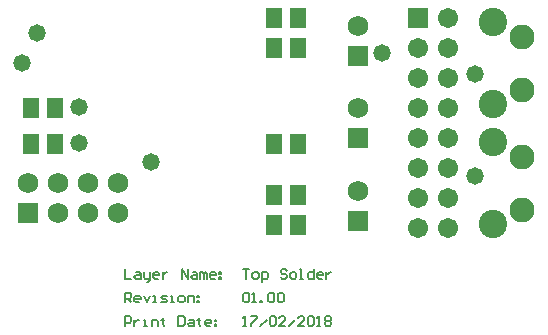
<source format=gts>
%FSLAX25Y25*%
%MOIN*%
G70*
G01*
G75*
G04 Layer_Color=8388736*
%ADD10R,0.04500X0.06000*%
%ADD11C,0.01969*%
%ADD12C,0.03937*%
%ADD13C,0.01772*%
%ADD14C,0.00787*%
%ADD15C,0.07480*%
%ADD16C,0.08661*%
%ADD17R,0.06000X0.06000*%
%ADD18C,0.06000*%
%ADD19R,0.06000X0.06000*%
%ADD20C,0.05906*%
%ADD21R,0.05906X0.05906*%
%ADD22C,0.05000*%
%ADD23C,0.00394*%
%ADD24R,0.05300X0.06800*%
%ADD25C,0.08280*%
%ADD26C,0.09461*%
%ADD27R,0.06800X0.06800*%
%ADD28C,0.06800*%
%ADD29R,0.06800X0.06800*%
%ADD30C,0.06706*%
%ADD31R,0.06706X0.06706*%
%ADD32C,0.05800*%
D14*
X78740Y-8662D02*
X80839D01*
X79790D01*
Y-11811D01*
X82414D02*
X83463D01*
X83988Y-11286D01*
Y-10237D01*
X83463Y-9712D01*
X82414D01*
X81889Y-10237D01*
Y-11286D01*
X82414Y-11811D01*
X85037Y-12861D02*
Y-9712D01*
X86612D01*
X87136Y-10237D01*
Y-11286D01*
X86612Y-11811D01*
X85037D01*
X93434Y-9187D02*
X92909Y-8662D01*
X91859D01*
X91334Y-9187D01*
Y-9712D01*
X91859Y-10237D01*
X92909D01*
X93434Y-10762D01*
Y-11286D01*
X92909Y-11811D01*
X91859D01*
X91334Y-11286D01*
X95008Y-11811D02*
X96057D01*
X96582Y-11286D01*
Y-10237D01*
X96057Y-9712D01*
X95008D01*
X94483Y-10237D01*
Y-11286D01*
X95008Y-11811D01*
X97632D02*
X98681D01*
X98156D01*
Y-8662D01*
X97632D01*
X102355D02*
Y-11811D01*
X100780D01*
X100256Y-11286D01*
Y-10237D01*
X100780Y-9712D01*
X102355D01*
X104978Y-11811D02*
X103929D01*
X103404Y-11286D01*
Y-10237D01*
X103929Y-9712D01*
X104978D01*
X105503Y-10237D01*
Y-10762D01*
X103404D01*
X106553Y-9712D02*
Y-11811D01*
Y-10762D01*
X107078Y-10237D01*
X107602Y-9712D01*
X108127D01*
X78740Y-17061D02*
X79265Y-16536D01*
X80314D01*
X80839Y-17061D01*
Y-19160D01*
X80314Y-19685D01*
X79265D01*
X78740Y-19160D01*
Y-17061D01*
X81889Y-19685D02*
X82938D01*
X82414D01*
Y-16536D01*
X81889Y-17061D01*
X84513Y-19685D02*
Y-19160D01*
X85037D01*
Y-19685D01*
X84513D01*
X87136Y-17061D02*
X87661Y-16536D01*
X88711D01*
X89236Y-17061D01*
Y-19160D01*
X88711Y-19685D01*
X87661D01*
X87136Y-19160D01*
Y-17061D01*
X90285D02*
X90810Y-16536D01*
X91859D01*
X92384Y-17061D01*
Y-19160D01*
X91859Y-19685D01*
X90810D01*
X90285Y-19160D01*
Y-17061D01*
X39370Y-27559D02*
Y-24410D01*
X40944D01*
X41469Y-24935D01*
Y-25985D01*
X40944Y-26509D01*
X39370D01*
X42519Y-25460D02*
Y-27559D01*
Y-26509D01*
X43043Y-25985D01*
X43568Y-25460D01*
X44093D01*
X45667Y-27559D02*
X46717D01*
X46192D01*
Y-25460D01*
X45667D01*
X48291Y-27559D02*
Y-25460D01*
X49865D01*
X50390Y-25985D01*
Y-27559D01*
X51964Y-24935D02*
Y-25460D01*
X51440D01*
X52489D01*
X51964D01*
Y-27034D01*
X52489Y-27559D01*
X57212Y-24410D02*
Y-27559D01*
X58786D01*
X59311Y-27034D01*
Y-24935D01*
X58786Y-24410D01*
X57212D01*
X60886Y-25460D02*
X61935D01*
X62460Y-25985D01*
Y-27559D01*
X60886D01*
X60361Y-27034D01*
X60886Y-26509D01*
X62460D01*
X64034Y-24935D02*
Y-25460D01*
X63509D01*
X64559D01*
X64034D01*
Y-27034D01*
X64559Y-27559D01*
X67707D02*
X66658D01*
X66133Y-27034D01*
Y-25985D01*
X66658Y-25460D01*
X67707D01*
X68232Y-25985D01*
Y-26509D01*
X66133D01*
X69282Y-25460D02*
X69806D01*
Y-25985D01*
X69282D01*
Y-25460D01*
Y-27034D02*
X69806D01*
Y-27559D01*
X69282D01*
Y-27034D01*
X39370Y-19685D02*
Y-16536D01*
X40944D01*
X41469Y-17061D01*
Y-18111D01*
X40944Y-18635D01*
X39370D01*
X40420D02*
X41469Y-19685D01*
X44093D02*
X43043D01*
X42519Y-19160D01*
Y-18111D01*
X43043Y-17586D01*
X44093D01*
X44618Y-18111D01*
Y-18635D01*
X42519D01*
X45667Y-17586D02*
X46717Y-19685D01*
X47766Y-17586D01*
X48816Y-19685D02*
X49865D01*
X49341D01*
Y-17586D01*
X48816D01*
X51440Y-19685D02*
X53014D01*
X53539Y-19160D01*
X53014Y-18635D01*
X51964D01*
X51440Y-18111D01*
X51964Y-17586D01*
X53539D01*
X54588Y-19685D02*
X55638D01*
X55113D01*
Y-17586D01*
X54588D01*
X57737Y-19685D02*
X58786D01*
X59311Y-19160D01*
Y-18111D01*
X58786Y-17586D01*
X57737D01*
X57212Y-18111D01*
Y-19160D01*
X57737Y-19685D01*
X60361D02*
Y-17586D01*
X61935D01*
X62460Y-18111D01*
Y-19685D01*
X63509Y-17586D02*
X64034D01*
Y-18111D01*
X63509D01*
Y-17586D01*
Y-19160D02*
X64034D01*
Y-19685D01*
X63509D01*
Y-19160D01*
X39370Y-8662D02*
Y-11811D01*
X41469D01*
X43043Y-9712D02*
X44093D01*
X44618Y-10237D01*
Y-11811D01*
X43043D01*
X42519Y-11286D01*
X43043Y-10762D01*
X44618D01*
X45667Y-9712D02*
Y-11286D01*
X46192Y-11811D01*
X47766D01*
Y-12336D01*
X47242Y-12861D01*
X46717D01*
X47766Y-11811D02*
Y-9712D01*
X50390Y-11811D02*
X49341D01*
X48816Y-11286D01*
Y-10237D01*
X49341Y-9712D01*
X50390D01*
X50915Y-10237D01*
Y-10762D01*
X48816D01*
X51964Y-9712D02*
Y-11811D01*
Y-10762D01*
X52489Y-10237D01*
X53014Y-9712D01*
X53539D01*
X58262Y-11811D02*
Y-8662D01*
X60361Y-11811D01*
Y-8662D01*
X61935Y-9712D02*
X62985D01*
X63509Y-10237D01*
Y-11811D01*
X61935D01*
X61410Y-11286D01*
X61935Y-10762D01*
X63509D01*
X64559Y-11811D02*
Y-9712D01*
X65084D01*
X65608Y-10237D01*
Y-11811D01*
Y-10237D01*
X66133Y-9712D01*
X66658Y-10237D01*
Y-11811D01*
X69282D02*
X68232D01*
X67707Y-11286D01*
Y-10237D01*
X68232Y-9712D01*
X69282D01*
X69806Y-10237D01*
Y-10762D01*
X67707D01*
X70856Y-9712D02*
X71381D01*
Y-10237D01*
X70856D01*
Y-9712D01*
Y-11286D02*
X71381D01*
Y-11811D01*
X70856D01*
Y-11286D01*
X78740Y-27559D02*
X79790D01*
X79265D01*
Y-24410D01*
X78740Y-24935D01*
X81364Y-24410D02*
X83463D01*
Y-24935D01*
X81364Y-27034D01*
Y-27559D01*
X84513D02*
X86612Y-25460D01*
X87661Y-24935D02*
X88186Y-24410D01*
X89236D01*
X89760Y-24935D01*
Y-27034D01*
X89236Y-27559D01*
X88186D01*
X87661Y-27034D01*
Y-24935D01*
X92909Y-27559D02*
X90810D01*
X92909Y-25460D01*
Y-24935D01*
X92384Y-24410D01*
X91334D01*
X90810Y-24935D01*
X93958Y-27559D02*
X96057Y-25460D01*
X99206Y-27559D02*
X97107D01*
X99206Y-25460D01*
Y-24935D01*
X98681Y-24410D01*
X97632D01*
X97107Y-24935D01*
X100256D02*
X100780Y-24410D01*
X101830D01*
X102355Y-24935D01*
Y-27034D01*
X101830Y-27559D01*
X100780D01*
X100256Y-27034D01*
Y-24935D01*
X103404Y-27559D02*
X104454D01*
X103929D01*
Y-24410D01*
X103404Y-24935D01*
X106028D02*
X106553Y-24410D01*
X107602D01*
X108127Y-24935D01*
Y-25460D01*
X107602Y-25985D01*
X108127Y-26509D01*
Y-27034D01*
X107602Y-27559D01*
X106553D01*
X106028Y-27034D01*
Y-26509D01*
X106553Y-25985D01*
X106028Y-25460D01*
Y-24935D01*
X106553Y-25985D02*
X107602D01*
D24*
X96983Y16000D02*
D03*
X88983D02*
D03*
X96983Y75000D02*
D03*
X88983D02*
D03*
X96983Y6000D02*
D03*
X88983D02*
D03*
X96983Y33000D02*
D03*
X88983D02*
D03*
X96983Y65000D02*
D03*
X88983D02*
D03*
X15983Y33000D02*
D03*
X7983D02*
D03*
X15983Y45000D02*
D03*
X7983D02*
D03*
D25*
X171904Y28858D02*
D03*
Y11142D02*
D03*
Y51142D02*
D03*
Y68858D02*
D03*
D26*
X162061Y33780D02*
D03*
Y6221D02*
D03*
Y46220D02*
D03*
Y73780D02*
D03*
D27*
X116983Y7500D02*
D03*
Y35000D02*
D03*
Y62500D02*
D03*
D28*
Y17500D02*
D03*
Y45000D02*
D03*
Y72500D02*
D03*
X16983Y10000D02*
D03*
X26983D02*
D03*
X36983D02*
D03*
X6983Y20000D02*
D03*
X16983D02*
D03*
X26983D02*
D03*
X36983D02*
D03*
D29*
X6983Y10000D02*
D03*
D30*
X146983Y75000D02*
D03*
Y65000D02*
D03*
X136983D02*
D03*
X146983Y55000D02*
D03*
X136983D02*
D03*
X146983Y45000D02*
D03*
X136983D02*
D03*
X146983Y35000D02*
D03*
X136983D02*
D03*
X146983Y25000D02*
D03*
X136983D02*
D03*
X146983Y15000D02*
D03*
X136983D02*
D03*
X146983Y5000D02*
D03*
X136983D02*
D03*
D31*
Y75000D02*
D03*
D32*
X47983Y27000D02*
D03*
X23983Y45348D02*
D03*
Y33348D02*
D03*
X5000Y60000D02*
D03*
X10000Y70000D02*
D03*
X124983Y63348D02*
D03*
X155983Y56348D02*
D03*
Y22348D02*
D03*
M02*

</source>
